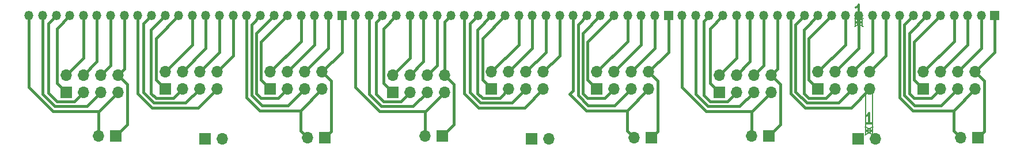
<source format=gbr>
%TF.GenerationSoftware,KiCad,Pcbnew,9.0.0*%
%TF.CreationDate,2025-09-02T16:05:32+12:00*%
%TF.ProjectId,conversion board,636f6e76-6572-4736-996f-6e20626f6172,rev?*%
%TF.SameCoordinates,Original*%
%TF.FileFunction,Copper,L1,Top*%
%TF.FilePolarity,Positive*%
%FSLAX46Y46*%
G04 Gerber Fmt 4.6, Leading zero omitted, Abs format (unit mm)*
G04 Created by KiCad (PCBNEW 9.0.0) date 2025-09-02 16:05:32*
%MOMM*%
%LPD*%
G01*
G04 APERTURE LIST*
%ADD10C,0.300000*%
%TA.AperFunction,NonConductor*%
%ADD11C,0.300000*%
%TD*%
%TA.AperFunction,NonConductor*%
%ADD12C,0.200000*%
%TD*%
%TA.AperFunction,ComponentPad*%
%ADD13R,1.700000X1.700000*%
%TD*%
%TA.AperFunction,ComponentPad*%
%ADD14O,1.700000X1.700000*%
%TD*%
%TA.AperFunction,ComponentPad*%
%ADD15R,1.350000X1.350000*%
%TD*%
%TA.AperFunction,ComponentPad*%
%ADD16O,1.350000X1.350000*%
%TD*%
%TA.AperFunction,Conductor*%
%ADD17C,0.400000*%
%TD*%
G04 APERTURE END LIST*
D10*
D11*
X202928572Y-68378328D02*
X202071429Y-68378328D01*
X202500000Y-68378328D02*
X202500000Y-66878328D01*
X202500000Y-66878328D02*
X202357143Y-67092614D01*
X202357143Y-67092614D02*
X202214286Y-67235471D01*
X202214286Y-67235471D02*
X202071429Y-67306900D01*
D12*
X202000000Y-64000000D02*
X202000000Y-70086420D01*
X203000000Y-70086420D02*
X203000000Y-64000000D01*
X202000000Y-69500000D02*
X203000000Y-69500000D01*
X202000000Y-69500000D02*
X203000000Y-69500000D01*
X202000000Y-69500000D02*
X203126504Y-68913579D01*
X202000000Y-69500000D02*
X203126504Y-70086421D01*
X203000000Y-69500000D02*
X201873496Y-70086421D01*
X203000000Y-69500000D02*
X201873496Y-68913579D01*
X202000000Y-69500000D02*
X203000000Y-69500000D01*
X202000000Y-69500000D02*
X203000000Y-69500000D01*
X202000000Y-69500000D02*
X203126504Y-68913579D01*
X202000000Y-69500000D02*
X203126504Y-70086421D01*
X203000000Y-69500000D02*
X201873496Y-70086421D01*
X203000000Y-69500000D02*
X201873496Y-68913579D01*
D10*
D11*
X201428572Y-52378328D02*
X200571429Y-52378328D01*
X201000000Y-52378328D02*
X201000000Y-50878328D01*
X201000000Y-50878328D02*
X200857143Y-51092614D01*
X200857143Y-51092614D02*
X200714286Y-51235471D01*
X200714286Y-51235471D02*
X200571429Y-51306900D01*
D12*
X200500000Y-53000000D02*
X200500000Y-54086420D01*
X201500000Y-54086420D02*
X201500000Y-53000000D01*
X200500000Y-53500000D02*
X201500000Y-53500000D01*
X200500000Y-53500000D02*
X201500000Y-53500000D01*
X200500000Y-53500000D02*
X201626504Y-52913579D01*
X200500000Y-53500000D02*
X201626504Y-54086421D01*
X201500000Y-53500000D02*
X200373496Y-54086421D01*
X201500000Y-53500000D02*
X200373496Y-52913579D01*
X200500000Y-53500000D02*
X201500000Y-53500000D01*
X200500000Y-53500000D02*
X201500000Y-53500000D01*
X200500000Y-53500000D02*
X201626504Y-52913579D01*
X200500000Y-53500000D02*
X201626504Y-54086421D01*
X201500000Y-53500000D02*
X200373496Y-54086421D01*
X201500000Y-53500000D02*
X200373496Y-52913579D01*
D13*
%TO.P,J10,1,P1*%
%TO.N,Net-(J10-P1)*%
X218500000Y-70500000D03*
D14*
%TO.P,J10,2,P2*%
%TO.N,Net-(J10-P2)*%
X215960000Y-70500000D03*
%TD*%
%TO.P,J9,8,Pin_8*%
%TO.N,Net-(J10-P1)*%
X218080000Y-60790000D03*
%TO.P,J9,7,Pin_7*%
%TO.N,Net-(J10-P2)*%
X218080000Y-63330000D03*
%TO.P,J9,6,Pin_6*%
%TO.N,Net-(J8-Pin_2)*%
X215540000Y-60790000D03*
%TO.P,J9,5,Pin_5*%
%TO.N,Net-(J8-Pin_7)*%
X215540000Y-63330000D03*
%TO.P,J9,4,Pin_4*%
%TO.N,Net-(J8-Pin_3)*%
X213000000Y-60790000D03*
%TO.P,J9,3,Pin_3*%
%TO.N,Net-(J8-Pin_6)*%
X213000000Y-63330000D03*
%TO.P,J9,2,Pin_2*%
%TO.N,Net-(J8-Pin_4)*%
X210460000Y-60790000D03*
D13*
%TO.P,J9,1,Pin_1*%
%TO.N,Net-(J8-Pin_5)*%
X210460000Y-63330000D03*
%TD*%
%TO.P,J11,1,Pin_1*%
%TO.N,Net-(J11-Pin_1)*%
X195000000Y-63330000D03*
D14*
%TO.P,J11,2,Pin_2*%
%TO.N,Net-(J11-Pin_2)*%
X195000000Y-60790000D03*
%TO.P,J11,3,Pin_3*%
%TO.N,Net-(J11-Pin_3)*%
X197540000Y-63330000D03*
%TO.P,J11,4,Pin_4*%
%TO.N,Net-(J11-Pin_4)*%
X197540000Y-60790000D03*
%TO.P,J11,5,Pin_5*%
%TO.N,Net-(J11-Pin_5)*%
X200080000Y-63330000D03*
%TO.P,J11,6,Pin_6*%
%TO.N,Net-(J11-Pin_6)*%
X200080000Y-60790000D03*
%TO.P,J11,7,Pin_7*%
%TO.N,Net-(J11-Pin_7)*%
X202620000Y-63330000D03*
%TO.P,J11,8,Pin_8*%
%TO.N,Net-(J11-Pin_8)*%
X202620000Y-60790000D03*
%TD*%
D15*
%TO.P,J8,1,Pin_1*%
%TO.N,Net-(J10-P1)*%
X221000000Y-52500000D03*
D16*
%TO.P,J8,2,Pin_2*%
%TO.N,Net-(J8-Pin_2)*%
X219000000Y-52500000D03*
%TO.P,J8,3,Pin_3*%
%TO.N,Net-(J8-Pin_3)*%
X217000000Y-52500000D03*
%TO.P,J8,4,Pin_4*%
%TO.N,Net-(J8-Pin_4)*%
X215000000Y-52500000D03*
%TO.P,J8,5,Pin_5*%
%TO.N,Net-(J8-Pin_5)*%
X213000000Y-52500000D03*
%TO.P,J8,6,Pin_6*%
%TO.N,Net-(J8-Pin_6)*%
X211000000Y-52500000D03*
%TO.P,J8,7,Pin_7*%
%TO.N,Net-(J8-Pin_7)*%
X209000000Y-52500000D03*
%TO.P,J8,8,Pin_8*%
%TO.N,Net-(J10-P2)*%
X207000000Y-52500000D03*
%TO.P,J8,9,Pin_9*%
%TO.N,Net-(J11-Pin_8)*%
X205000000Y-52500000D03*
%TO.P,J8,10,Pin_10*%
%TO.N,Net-(J11-Pin_6)*%
X203000000Y-52500000D03*
%TO.P,J8,11,Pin_11*%
%TO.N,Net-(J11-Pin_4)*%
X201000000Y-52500000D03*
%TO.P,J8,12,Pin_12*%
%TO.N,Net-(J11-Pin_2)*%
X199000000Y-52500000D03*
%TO.P,J8,13,Pin_13*%
%TO.N,Net-(J11-Pin_1)*%
X197000000Y-52500000D03*
%TO.P,J8,14,Pin_14*%
%TO.N,Net-(J11-Pin_3)*%
X195000000Y-52500000D03*
%TO.P,J8,15,Pin_15*%
%TO.N,Net-(J11-Pin_5)*%
X193000000Y-52500000D03*
%TO.P,J8,16,Pin_16*%
%TO.N,Net-(J11-Pin_7)*%
X191000000Y-52500000D03*
%TO.P,J8,17,Pin_17*%
%TO.N,Net-(J12-Pin_8)*%
X189000000Y-52500000D03*
%TO.P,J8,18,Pin_18*%
%TO.N,Net-(J12-Pin_6)*%
X187000000Y-52500000D03*
%TO.P,J8,19,Pin_19*%
%TO.N,Net-(J12-Pin_4)*%
X185000000Y-52500000D03*
%TO.P,J8,20,Pin_20*%
%TO.N,Net-(J12-Pin_2)*%
X183000000Y-52500000D03*
%TO.P,J8,21,Pin_21*%
%TO.N,Net-(J12-Pin_1)*%
X181000000Y-52500000D03*
%TO.P,J8,22,Pin_22*%
%TO.N,Net-(J12-Pin_3)*%
X179000000Y-52500000D03*
%TO.P,J8,23,Pin_23*%
%TO.N,Net-(J12-Pin_5)*%
X177000000Y-52500000D03*
%TO.P,J8,24,Pin_24*%
%TO.N,Net-(J12-Pin_7)*%
X175000000Y-52500000D03*
%TD*%
D14*
%TO.P,J14,2,P2*%
%TO.N,Net-(J12-Pin_7)*%
X185235000Y-70225000D03*
D13*
%TO.P,J14,1,P1*%
%TO.N,Net-(J12-Pin_8)*%
X187775000Y-70225000D03*
%TD*%
D14*
%TO.P,J12,8,Pin_8*%
%TO.N,Net-(J12-Pin_8)*%
X188080000Y-61290000D03*
%TO.P,J12,7,Pin_7*%
%TO.N,Net-(J12-Pin_7)*%
X188080000Y-63830000D03*
%TO.P,J12,6,Pin_6*%
%TO.N,Net-(J12-Pin_6)*%
X185540000Y-61290000D03*
%TO.P,J12,5,Pin_5*%
%TO.N,Net-(J12-Pin_5)*%
X185540000Y-63830000D03*
%TO.P,J12,4,Pin_4*%
%TO.N,Net-(J12-Pin_4)*%
X183000000Y-61290000D03*
%TO.P,J12,3,Pin_3*%
%TO.N,Net-(J12-Pin_3)*%
X183000000Y-63830000D03*
%TO.P,J12,2,Pin_2*%
%TO.N,Net-(J12-Pin_2)*%
X180460000Y-61290000D03*
D13*
%TO.P,J12,1,Pin_1*%
%TO.N,Net-(J12-Pin_1)*%
X180460000Y-63830000D03*
%TD*%
D14*
%TO.P,J13,2,P2*%
%TO.N,GND*%
X203460000Y-70665000D03*
D13*
%TO.P,J13,1,P1*%
X200920000Y-70665000D03*
%TD*%
D15*
%TO.P,J15,1,Pin_1*%
%TO.N,Net-(J15-Pin_1)*%
X173000000Y-52500000D03*
D16*
%TO.P,J15,2,Pin_2*%
%TO.N,Net-(J15-Pin_2)*%
X171000000Y-52500000D03*
%TO.P,J15,3,Pin_3*%
%TO.N,Net-(J15-Pin_3)*%
X169000000Y-52500000D03*
%TO.P,J15,4,Pin_4*%
%TO.N,Net-(J15-Pin_4)*%
X167000000Y-52500000D03*
%TO.P,J15,5,Pin_5*%
%TO.N,Net-(J15-Pin_5)*%
X165000000Y-52500000D03*
%TO.P,J15,6,Pin_6*%
%TO.N,Net-(J15-Pin_6)*%
X163000000Y-52500000D03*
%TO.P,J15,7,Pin_7*%
%TO.N,Net-(J15-Pin_7)*%
X161000000Y-52500000D03*
%TO.P,J15,8,Pin_8*%
%TO.N,Net-(J15-Pin_8)*%
X159000000Y-52500000D03*
%TO.P,J15,9,Pin_9*%
%TO.N,Net-(J15-Pin_9)*%
X157000000Y-52500000D03*
%TO.P,J15,10,Pin_10*%
%TO.N,Net-(J15-Pin_10)*%
X155000000Y-52500000D03*
%TO.P,J15,11,Pin_11*%
%TO.N,Net-(J15-Pin_11)*%
X153000000Y-52500000D03*
%TO.P,J15,12,Pin_12*%
%TO.N,Net-(J15-Pin_12)*%
X151000000Y-52500000D03*
%TO.P,J15,13,Pin_13*%
%TO.N,Net-(J15-Pin_13)*%
X149000000Y-52500000D03*
%TO.P,J15,14,Pin_14*%
%TO.N,Net-(J15-Pin_14)*%
X147000000Y-52500000D03*
%TO.P,J15,15,Pin_15*%
%TO.N,Net-(J15-Pin_15)*%
X145000000Y-52500000D03*
%TO.P,J15,16,Pin_16*%
%TO.N,Net-(J15-Pin_16)*%
X143000000Y-52500000D03*
%TO.P,J15,17,Pin_17*%
%TO.N,Net-(J15-Pin_17)*%
X141000000Y-52500000D03*
%TO.P,J15,18,Pin_18*%
%TO.N,Net-(J15-Pin_18)*%
X139000000Y-52500000D03*
%TO.P,J15,19,Pin_19*%
%TO.N,Net-(J15-Pin_19)*%
X137000000Y-52500000D03*
%TO.P,J15,20,Pin_20*%
%TO.N,Net-(J15-Pin_20)*%
X135000000Y-52500000D03*
%TO.P,J15,21,Pin_21*%
%TO.N,Net-(J15-Pin_21)*%
X133000000Y-52500000D03*
%TO.P,J15,22,Pin_22*%
%TO.N,Net-(J15-Pin_22)*%
X131000000Y-52500000D03*
%TO.P,J15,23,Pin_23*%
%TO.N,Net-(J15-Pin_23)*%
X129000000Y-52500000D03*
%TO.P,J15,24,Pin_24*%
%TO.N,Net-(J15-Pin_24)*%
X127000000Y-52500000D03*
%TD*%
D13*
%TO.P,J16,1,Pin_1*%
%TO.N,Net-(J15-Pin_5)*%
X162460000Y-63330000D03*
D14*
%TO.P,J16,2,Pin_2*%
%TO.N,Net-(J15-Pin_4)*%
X162460000Y-60790000D03*
%TO.P,J16,3,Pin_3*%
%TO.N,Net-(J15-Pin_6)*%
X165000000Y-63330000D03*
%TO.P,J16,4,Pin_4*%
%TO.N,Net-(J15-Pin_3)*%
X165000000Y-60790000D03*
%TO.P,J16,5,Pin_5*%
%TO.N,Net-(J15-Pin_7)*%
X167540000Y-63330000D03*
%TO.P,J16,6,Pin_6*%
%TO.N,Net-(J15-Pin_2)*%
X167540000Y-60790000D03*
%TO.P,J16,7,Pin_7*%
%TO.N,Net-(J15-Pin_8)*%
X170080000Y-63330000D03*
%TO.P,J16,8,Pin_8*%
%TO.N,Net-(J15-Pin_1)*%
X170080000Y-60790000D03*
%TD*%
D13*
%TO.P,J18,1,Pin_1*%
%TO.N,Net-(J15-Pin_13)*%
X147000000Y-63330000D03*
D14*
%TO.P,J18,2,Pin_2*%
%TO.N,Net-(J15-Pin_12)*%
X147000000Y-60790000D03*
%TO.P,J18,3,Pin_3*%
%TO.N,Net-(J15-Pin_14)*%
X149540000Y-63330000D03*
%TO.P,J18,4,Pin_4*%
%TO.N,Net-(J15-Pin_11)*%
X149540000Y-60790000D03*
%TO.P,J18,5,Pin_5*%
%TO.N,Net-(J15-Pin_15)*%
X152080000Y-63330000D03*
%TO.P,J18,6,Pin_6*%
%TO.N,Net-(J15-Pin_10)*%
X152080000Y-60790000D03*
%TO.P,J18,7,Pin_7*%
%TO.N,Net-(J15-Pin_16)*%
X154620000Y-63330000D03*
%TO.P,J18,8,Pin_8*%
%TO.N,Net-(J15-Pin_9)*%
X154620000Y-60790000D03*
%TD*%
D13*
%TO.P,J17,1,P1*%
%TO.N,Net-(J15-Pin_1)*%
X170500000Y-70500000D03*
D14*
%TO.P,J17,2,P2*%
%TO.N,Net-(J15-Pin_8)*%
X167960000Y-70500000D03*
%TD*%
D13*
%TO.P,J20,1,P1*%
%TO.N,GND*%
X152920000Y-70665000D03*
D14*
%TO.P,J20,2,P2*%
X155460000Y-70665000D03*
%TD*%
D13*
%TO.P,J3,1,Pin_1*%
%TO.N,Net-(J1-Pin_13)*%
X99000000Y-63330000D03*
D14*
%TO.P,J3,2,Pin_2*%
%TO.N,Net-(J1-Pin_12)*%
X99000000Y-60790000D03*
%TO.P,J3,3,Pin_3*%
%TO.N,Net-(J1-Pin_14)*%
X101540000Y-63330000D03*
%TO.P,J3,4,Pin_4*%
%TO.N,Net-(J1-Pin_11)*%
X101540000Y-60790000D03*
%TO.P,J3,5,Pin_5*%
%TO.N,Net-(J1-Pin_15)*%
X104080000Y-63330000D03*
%TO.P,J3,6,Pin_6*%
%TO.N,Net-(J1-Pin_10)*%
X104080000Y-60790000D03*
%TO.P,J3,7,Pin_7*%
%TO.N,Net-(J1-Pin_16)*%
X106620000Y-63330000D03*
%TO.P,J3,8,Pin_8*%
%TO.N,Net-(J1-Pin_9)*%
X106620000Y-60790000D03*
%TD*%
D13*
%TO.P,J5,1,P1*%
%TO.N,Net-(J1-Pin_1)*%
X122500000Y-70500000D03*
D14*
%TO.P,J5,2,P2*%
%TO.N,Net-(J1-Pin_8)*%
X119960000Y-70500000D03*
%TD*%
D13*
%TO.P,J6,1,P1*%
%TO.N,Net-(J1-Pin_17)*%
X91775000Y-70225000D03*
D14*
%TO.P,J6,2,P2*%
%TO.N,Net-(J1-Pin_24)*%
X89235000Y-70225000D03*
%TD*%
D13*
%TO.P,J4,1,Pin_1*%
%TO.N,Net-(J1-Pin_21)*%
X84460000Y-63830000D03*
D14*
%TO.P,J4,2,Pin_2*%
%TO.N,Net-(J1-Pin_20)*%
X84460000Y-61290000D03*
%TO.P,J4,3,Pin_3*%
%TO.N,Net-(J1-Pin_22)*%
X87000000Y-63830000D03*
%TO.P,J4,4,Pin_4*%
%TO.N,Net-(J1-Pin_19)*%
X87000000Y-61290000D03*
%TO.P,J4,5,Pin_5*%
%TO.N,Net-(J1-Pin_23)*%
X89540000Y-63830000D03*
%TO.P,J4,6,Pin_6*%
%TO.N,Net-(J1-Pin_18)*%
X89540000Y-61290000D03*
%TO.P,J4,7,Pin_7*%
%TO.N,Net-(J1-Pin_24)*%
X92080000Y-63830000D03*
%TO.P,J4,8,Pin_8*%
%TO.N,Net-(J1-Pin_17)*%
X92080000Y-61290000D03*
%TD*%
D13*
%TO.P,J2,1,Pin_1*%
%TO.N,Net-(J1-Pin_5)*%
X114460000Y-63330000D03*
D14*
%TO.P,J2,2,Pin_2*%
%TO.N,Net-(J1-Pin_4)*%
X114460000Y-60790000D03*
%TO.P,J2,3,Pin_3*%
%TO.N,Net-(J1-Pin_6)*%
X117000000Y-63330000D03*
%TO.P,J2,4,Pin_4*%
%TO.N,Net-(J1-Pin_3)*%
X117000000Y-60790000D03*
%TO.P,J2,5,Pin_5*%
%TO.N,Net-(J1-Pin_7)*%
X119540000Y-63330000D03*
%TO.P,J2,6,Pin_6*%
%TO.N,Net-(J1-Pin_2)*%
X119540000Y-60790000D03*
%TO.P,J2,7,Pin_7*%
%TO.N,Net-(J1-Pin_8)*%
X122080000Y-63330000D03*
%TO.P,J2,8,Pin_8*%
%TO.N,Net-(J1-Pin_1)*%
X122080000Y-60790000D03*
%TD*%
D15*
%TO.P,J1,1,Pin_1*%
%TO.N,Net-(J1-Pin_1)*%
X125000000Y-52500000D03*
D16*
%TO.P,J1,2,Pin_2*%
%TO.N,Net-(J1-Pin_2)*%
X123000000Y-52500000D03*
%TO.P,J1,3,Pin_3*%
%TO.N,Net-(J1-Pin_3)*%
X121000000Y-52500000D03*
%TO.P,J1,4,Pin_4*%
%TO.N,Net-(J1-Pin_4)*%
X119000000Y-52500000D03*
%TO.P,J1,5,Pin_5*%
%TO.N,Net-(J1-Pin_5)*%
X117000000Y-52500000D03*
%TO.P,J1,6,Pin_6*%
%TO.N,Net-(J1-Pin_6)*%
X115000000Y-52500000D03*
%TO.P,J1,7,Pin_7*%
%TO.N,Net-(J1-Pin_7)*%
X113000000Y-52500000D03*
%TO.P,J1,8,Pin_8*%
%TO.N,Net-(J1-Pin_8)*%
X111000000Y-52500000D03*
%TO.P,J1,9,Pin_9*%
%TO.N,Net-(J1-Pin_9)*%
X109000000Y-52500000D03*
%TO.P,J1,10,Pin_10*%
%TO.N,Net-(J1-Pin_10)*%
X107000000Y-52500000D03*
%TO.P,J1,11,Pin_11*%
%TO.N,Net-(J1-Pin_11)*%
X105000000Y-52500000D03*
%TO.P,J1,12,Pin_12*%
%TO.N,Net-(J1-Pin_12)*%
X103000000Y-52500000D03*
%TO.P,J1,13,Pin_13*%
%TO.N,Net-(J1-Pin_13)*%
X101000000Y-52500000D03*
%TO.P,J1,14,Pin_14*%
%TO.N,Net-(J1-Pin_14)*%
X99000000Y-52500000D03*
%TO.P,J1,15,Pin_15*%
%TO.N,Net-(J1-Pin_15)*%
X97000000Y-52500000D03*
%TO.P,J1,16,Pin_16*%
%TO.N,Net-(J1-Pin_16)*%
X95000000Y-52500000D03*
%TO.P,J1,17,Pin_17*%
%TO.N,Net-(J1-Pin_17)*%
X93000000Y-52500000D03*
%TO.P,J1,18,Pin_18*%
%TO.N,Net-(J1-Pin_18)*%
X91000000Y-52500000D03*
%TO.P,J1,19,Pin_19*%
%TO.N,Net-(J1-Pin_19)*%
X89000000Y-52500000D03*
%TO.P,J1,20,Pin_20*%
%TO.N,Net-(J1-Pin_20)*%
X87000000Y-52500000D03*
%TO.P,J1,21,Pin_21*%
%TO.N,Net-(J1-Pin_21)*%
X85000000Y-52500000D03*
%TO.P,J1,22,Pin_22*%
%TO.N,Net-(J1-Pin_22)*%
X83000000Y-52500000D03*
%TO.P,J1,23,Pin_23*%
%TO.N,Net-(J1-Pin_23)*%
X81000000Y-52500000D03*
%TO.P,J1,24,Pin_24*%
%TO.N,Net-(J1-Pin_24)*%
X79000000Y-52500000D03*
%TD*%
D14*
%TO.P,J7,2,P2*%
%TO.N,GND*%
X107460000Y-70665000D03*
D13*
%TO.P,J7,1,P1*%
X104920000Y-70665000D03*
%TD*%
%TO.P,J19,1,Pin_1*%
%TO.N,Net-(J15-Pin_21)*%
X132460000Y-63830000D03*
D14*
%TO.P,J19,2,Pin_2*%
%TO.N,Net-(J15-Pin_20)*%
X132460000Y-61290000D03*
%TO.P,J19,3,Pin_3*%
%TO.N,Net-(J15-Pin_22)*%
X135000000Y-63830000D03*
%TO.P,J19,4,Pin_4*%
%TO.N,Net-(J15-Pin_19)*%
X135000000Y-61290000D03*
%TO.P,J19,5,Pin_5*%
%TO.N,Net-(J15-Pin_23)*%
X137540000Y-63830000D03*
%TO.P,J19,6,Pin_6*%
%TO.N,Net-(J15-Pin_18)*%
X137540000Y-61290000D03*
%TO.P,J19,7,Pin_7*%
%TO.N,Net-(J15-Pin_24)*%
X140080000Y-63830000D03*
%TO.P,J19,8,Pin_8*%
%TO.N,Net-(J15-Pin_17)*%
X140080000Y-61290000D03*
%TD*%
D13*
%TO.P,J21,1,P1*%
%TO.N,Net-(J15-Pin_17)*%
X139775000Y-70225000D03*
D14*
%TO.P,J21,2,P2*%
%TO.N,Net-(J15-Pin_24)*%
X137235000Y-70225000D03*
%TD*%
D17*
%TO.N,Net-(J12-Pin_3)*%
X179109000Y-65181000D02*
X181649000Y-65181000D01*
X178176000Y-64248000D02*
X179109000Y-65181000D01*
X181649000Y-65181000D02*
X183000000Y-63830000D01*
X178176000Y-53324000D02*
X178176000Y-64248000D01*
X179000000Y-52500000D02*
X178176000Y-53324000D01*
%TO.N,Net-(J15-Pin_2)*%
X171000000Y-57330000D02*
X171000000Y-52500000D01*
X167540000Y-60790000D02*
X171000000Y-57330000D01*
%TO.N,Net-(J15-Pin_1)*%
X173000000Y-57870000D02*
X170080000Y-60790000D01*
X173000000Y-52500000D02*
X173000000Y-57870000D01*
%TO.N,Net-(J1-Pin_16)*%
X97068272Y-66083000D02*
X103867000Y-66083000D01*
X95000000Y-52500000D02*
X95000000Y-64014728D01*
X95000000Y-64014728D02*
X97068272Y-66083000D01*
X103867000Y-66083000D02*
X106620000Y-63330000D01*
%TO.N,Net-(J1-Pin_8)*%
X111000000Y-64554728D02*
X112936272Y-66491000D01*
X111000000Y-52500000D02*
X111000000Y-64554728D01*
X112936272Y-66491000D02*
X118919000Y-66491000D01*
%TO.N,Net-(J1-Pin_24)*%
X79000000Y-63054728D02*
X79000000Y-52500000D01*
X82528272Y-66583000D02*
X79000000Y-63054728D01*
X89327000Y-66583000D02*
X82528272Y-66583000D01*
%TO.N,Net-(J1-Pin_23)*%
X87488000Y-65882000D02*
X89540000Y-63830000D01*
X81000000Y-64063364D02*
X82818636Y-65882000D01*
X82818636Y-65882000D02*
X87488000Y-65882000D01*
X81000000Y-52500000D02*
X81000000Y-64063364D01*
%TO.N,Net-(J15-Pin_24)*%
X127000000Y-63054728D02*
X127000000Y-52500000D01*
X130528272Y-66583000D02*
X127000000Y-63054728D01*
X130528272Y-66583000D02*
X137327000Y-66583000D01*
%TO.N,Net-(J15-Pin_23)*%
X129000000Y-64063364D02*
X129000000Y-52500000D01*
X130818636Y-65882000D02*
X129000000Y-64063364D01*
%TO.N,Net-(J15-Pin_22)*%
X130000000Y-53500000D02*
X131000000Y-52500000D01*
X130000000Y-64072000D02*
X130000000Y-53500000D01*
X130964000Y-65036000D02*
X130000000Y-64072000D01*
X130964000Y-65036000D02*
X131109000Y-65181000D01*
%TO.N,Net-(J15-Pin_21)*%
X131109000Y-62479000D02*
X132460000Y-63830000D01*
X131109000Y-54391000D02*
X131109000Y-62479000D01*
X133000000Y-52500000D02*
X131109000Y-54391000D01*
%TO.N,Net-(J15-Pin_20)*%
X135000000Y-58750000D02*
X132460000Y-61290000D01*
X135000000Y-52500000D02*
X135000000Y-58750000D01*
%TO.N,Net-(J15-Pin_19)*%
X137000000Y-59290000D02*
X135000000Y-61290000D01*
X137000000Y-52500000D02*
X137000000Y-59290000D01*
%TO.N,Net-(J15-Pin_18)*%
X139000000Y-59830000D02*
X139000000Y-52500000D01*
X137540000Y-61290000D02*
X139000000Y-59830000D01*
%TO.N,Net-(J15-Pin_17)*%
X140080000Y-53420000D02*
X141000000Y-52500000D01*
X140080000Y-61290000D02*
X140080000Y-53420000D01*
%TO.N,Net-(J15-Pin_16)*%
X142992636Y-62992636D02*
X143000000Y-62985272D01*
X142992636Y-64007364D02*
X142992636Y-62992636D01*
X143000000Y-62985272D02*
X143000000Y-52500000D01*
X142992636Y-64007364D02*
X145068272Y-66083000D01*
%TO.N,Net-(J12-Pin_7)*%
X178528272Y-66583000D02*
X185327000Y-66583000D01*
X175000000Y-63054728D02*
X178528272Y-66583000D01*
X175000000Y-52500000D02*
X175000000Y-63054728D01*
%TO.N,Net-(J12-Pin_5)*%
X178818636Y-65882000D02*
X183488000Y-65882000D01*
X183488000Y-65882000D02*
X185540000Y-63830000D01*
X177000000Y-64063364D02*
X178818636Y-65882000D01*
X177000000Y-52500000D02*
X177000000Y-64063364D01*
%TO.N,Net-(J12-Pin_1)*%
X179109000Y-54391000D02*
X181000000Y-52500000D01*
X179109000Y-62479000D02*
X179109000Y-54391000D01*
X180460000Y-63830000D02*
X179109000Y-62479000D01*
%TO.N,Net-(J12-Pin_2)*%
X183000000Y-58750000D02*
X183000000Y-52500000D01*
X180460000Y-61290000D02*
X183000000Y-58750000D01*
%TO.N,Net-(J12-Pin_4)*%
X185000000Y-59290000D02*
X185000000Y-52500000D01*
X183000000Y-61290000D02*
X185000000Y-59290000D01*
%TO.N,Net-(J12-Pin_6)*%
X187000000Y-59830000D02*
X187000000Y-52500000D01*
X185540000Y-61290000D02*
X187000000Y-59830000D01*
%TO.N,Net-(J12-Pin_8)*%
X189000000Y-60370000D02*
X189000000Y-52500000D01*
X188080000Y-61290000D02*
X189000000Y-60370000D01*
%TO.N,Net-(J10-P2)*%
X208936272Y-66491000D02*
X214919000Y-66491000D01*
X207000000Y-64554728D02*
X208936272Y-66491000D01*
X207000000Y-52500000D02*
X207000000Y-64554728D01*
%TO.N,Net-(J11-Pin_7)*%
X191000000Y-64000000D02*
X191000000Y-52500000D01*
X190992636Y-64007364D02*
X191000000Y-64000000D01*
X190992636Y-64007364D02*
X193068272Y-66083000D01*
%TO.N,Net-(J11-Pin_3)*%
X193649000Y-64681000D02*
X196189000Y-64681000D01*
X192948000Y-63980000D02*
X193649000Y-64681000D01*
X192948000Y-54552000D02*
X192948000Y-63980000D01*
X196189000Y-64681000D02*
X197540000Y-63330000D01*
X195000000Y-52500000D02*
X192948000Y-54552000D01*
%TO.N,Net-(J11-Pin_1)*%
X193649000Y-55851000D02*
X197000000Y-52500000D01*
X193649000Y-61979000D02*
X193649000Y-55851000D01*
X195000000Y-63330000D02*
X193649000Y-61979000D01*
%TO.N,Net-(J15-Pin_10)*%
X155000000Y-57870000D02*
X155000000Y-52500000D01*
X152080000Y-60790000D02*
X155000000Y-57870000D01*
%TO.N,Net-(J15-Pin_11)*%
X153000000Y-57330000D02*
X153000000Y-52500000D01*
X149540000Y-60790000D02*
X153000000Y-57330000D01*
%TO.N,Net-(J15-Pin_9)*%
X157000000Y-58410000D02*
X157000000Y-52500000D01*
X154620000Y-60790000D02*
X157000000Y-58410000D01*
%TO.N,Net-(J8-Pin_6)*%
X208408000Y-55092000D02*
X211000000Y-52500000D01*
X209109000Y-64681000D02*
X208408000Y-63980000D01*
X208408000Y-63980000D02*
X208408000Y-55092000D01*
X211649000Y-64681000D02*
X209109000Y-64681000D01*
X213000000Y-63330000D02*
X211649000Y-64681000D01*
%TO.N,Net-(J8-Pin_4)*%
X215000000Y-56250000D02*
X215000000Y-52500000D01*
X210460000Y-60790000D02*
X215000000Y-56250000D01*
%TO.N,Net-(J8-Pin_2)*%
X215540000Y-60790000D02*
X219000000Y-57330000D01*
X219000000Y-57330000D02*
X219000000Y-52500000D01*
%TO.N,Net-(J8-Pin_3)*%
X217000000Y-56790000D02*
X217000000Y-52500000D01*
X213000000Y-60790000D02*
X217000000Y-56790000D01*
%TO.N,Net-(J10-P1)*%
X221000000Y-57870000D02*
X221000000Y-52500000D01*
X218080000Y-60790000D02*
X221000000Y-57870000D01*
%TO.N,Net-(J8-Pin_5)*%
X209109000Y-61979000D02*
X209109000Y-56391000D01*
X209109000Y-56391000D02*
X213000000Y-52500000D01*
%TO.N,Net-(J8-Pin_7)*%
X207707000Y-53793000D02*
X209000000Y-52500000D01*
X207707000Y-64270364D02*
X207707000Y-53793000D01*
%TO.N,Net-(J11-Pin_6)*%
X203000000Y-57870000D02*
X203000000Y-52500000D01*
X200080000Y-60790000D02*
X203000000Y-57870000D01*
%TO.N,Net-(J11-Pin_8)*%
X205000000Y-58410000D02*
X205000000Y-52500000D01*
X202620000Y-60790000D02*
X205000000Y-58410000D01*
%TO.N,Net-(J11-Pin_4)*%
X201000000Y-57330000D02*
X201000000Y-52500000D01*
X197540000Y-60790000D02*
X201000000Y-57330000D01*
%TO.N,Net-(J11-Pin_2)*%
X199000000Y-56790000D02*
X199000000Y-52500000D01*
X195000000Y-60790000D02*
X199000000Y-56790000D01*
%TO.N,Net-(J1-Pin_19)*%
X89000000Y-59290000D02*
X89000000Y-52500000D01*
X87000000Y-61290000D02*
X89000000Y-59290000D01*
%TO.N,Net-(J1-Pin_20)*%
X87000000Y-58750000D02*
X87000000Y-52500000D01*
X84460000Y-61290000D02*
X87000000Y-58750000D01*
%TO.N,Net-(J1-Pin_22)*%
X81825000Y-53675000D02*
X83000000Y-52500000D01*
X81825000Y-63897000D02*
X81825000Y-53675000D01*
%TO.N,Net-(J1-Pin_21)*%
X83109000Y-54391000D02*
X85000000Y-52500000D01*
X83109000Y-62479000D02*
X83109000Y-54391000D01*
%TO.N,Net-(J1-Pin_18)*%
X91000000Y-59830000D02*
X91000000Y-52500000D01*
X89540000Y-61290000D02*
X91000000Y-59830000D01*
%TO.N,Net-(J1-Pin_17)*%
X93000000Y-60370000D02*
X93000000Y-52500000D01*
X92080000Y-61290000D02*
X93000000Y-60370000D01*
%TO.N,Net-(J1-Pin_12)*%
X103000000Y-56790000D02*
X103000000Y-52500000D01*
X99000000Y-60790000D02*
X103000000Y-56790000D01*
%TO.N,Net-(J1-Pin_9)*%
X109000000Y-58410000D02*
X109000000Y-52500000D01*
X106620000Y-60790000D02*
X109000000Y-58410000D01*
%TO.N,Net-(J1-Pin_10)*%
X107000000Y-57870000D02*
X107000000Y-52500000D01*
X104080000Y-60790000D02*
X107000000Y-57870000D01*
%TO.N,Net-(J1-Pin_11)*%
X105000000Y-57330000D02*
X105000000Y-52500000D01*
X101540000Y-60790000D02*
X105000000Y-57330000D01*
%TO.N,Net-(J1-Pin_7)*%
X111707000Y-53793000D02*
X113000000Y-52500000D01*
X111707000Y-64270364D02*
X111707000Y-53793000D01*
%TO.N,Net-(J1-Pin_4)*%
X119000000Y-56250000D02*
X119000000Y-52500000D01*
X114460000Y-60790000D02*
X119000000Y-56250000D01*
%TO.N,Net-(J1-Pin_6)*%
X112408000Y-63980000D02*
X112408000Y-55092000D01*
X112408000Y-55092000D02*
X115000000Y-52500000D01*
X113109000Y-64681000D02*
X112408000Y-63980000D01*
X115649000Y-64681000D02*
X113109000Y-64681000D01*
X117000000Y-63330000D02*
X115649000Y-64681000D01*
%TO.N,Net-(J1-Pin_5)*%
X113109000Y-56391000D02*
X117000000Y-52500000D01*
X113109000Y-61979000D02*
X113109000Y-56391000D01*
%TO.N,Net-(J1-Pin_13)*%
X97649000Y-55851000D02*
X101000000Y-52500000D01*
X97649000Y-61979000D02*
X97649000Y-55851000D01*
%TO.N,Net-(J1-Pin_14)*%
X96948000Y-54552000D02*
X99000000Y-52500000D01*
X97649000Y-64681000D02*
X96948000Y-63980000D01*
X100189000Y-64681000D02*
X97649000Y-64681000D01*
X101540000Y-63330000D02*
X100189000Y-64681000D01*
X96948000Y-63980000D02*
X96948000Y-54552000D01*
%TO.N,Net-(J1-Pin_15)*%
X95825000Y-53675000D02*
X97000000Y-52500000D01*
X95825000Y-63848364D02*
X95825000Y-53675000D01*
%TO.N,Net-(J15-Pin_7)*%
X159707000Y-64270364D02*
X159707000Y-53793000D01*
X159707000Y-53793000D02*
X161000000Y-52500000D01*
%TO.N,Net-(J15-Pin_8)*%
X159000000Y-63554728D02*
X159000000Y-52500000D01*
X158500000Y-64054728D02*
X159000000Y-63554728D01*
%TO.N,Net-(J15-Pin_5)*%
X161109000Y-56391000D02*
X165000000Y-52500000D01*
X161109000Y-61979000D02*
X161109000Y-56391000D01*
%TO.N,Net-(J15-Pin_4)*%
X167000000Y-56250000D02*
X167000000Y-52500000D01*
X162460000Y-60790000D02*
X167000000Y-56250000D01*
%TO.N,Net-(J15-Pin_3)*%
X169000000Y-56790000D02*
X169000000Y-52500000D01*
X165000000Y-60790000D02*
X169000000Y-56790000D01*
%TO.N,Net-(J15-Pin_6)*%
X160408000Y-63980000D02*
X160408000Y-55092000D01*
X160408000Y-55092000D02*
X163000000Y-52500000D01*
X161109000Y-64681000D02*
X160408000Y-63980000D01*
X163649000Y-64681000D02*
X161109000Y-64681000D01*
X165000000Y-63330000D02*
X163649000Y-64681000D01*
%TO.N,Net-(J1-Pin_3)*%
X117000000Y-60790000D02*
X121000000Y-56790000D01*
X121000000Y-56790000D02*
X121000000Y-52500000D01*
%TO.N,Net-(J1-Pin_2)*%
X119540000Y-60790000D02*
X123000000Y-57330000D01*
X123000000Y-57330000D02*
X123000000Y-52500000D01*
%TO.N,Net-(J1-Pin_1)*%
X125000000Y-57870000D02*
X125000000Y-52500000D01*
X122080000Y-60790000D02*
X125000000Y-57870000D01*
%TO.N,Net-(J15-Pin_13)*%
X145649000Y-55851000D02*
X149000000Y-52500000D01*
X145649000Y-61979000D02*
X145649000Y-55851000D01*
%TO.N,Net-(J15-Pin_14)*%
X144948000Y-54552000D02*
X147000000Y-52500000D01*
X145649000Y-64681000D02*
X144948000Y-63980000D01*
X148189000Y-64681000D02*
X145649000Y-64681000D01*
X144948000Y-63980000D02*
X144948000Y-54552000D01*
X149540000Y-63330000D02*
X148189000Y-64681000D01*
%TO.N,Net-(J15-Pin_15)*%
X143825000Y-63848364D02*
X143825000Y-53675000D01*
X143825000Y-53675000D02*
X145000000Y-52500000D01*
%TO.N,Net-(J15-Pin_12)*%
X147000000Y-60790000D02*
X151000000Y-56790000D01*
X151000000Y-56790000D02*
X151000000Y-52500000D01*
%TO.N,Net-(J8-Pin_7)*%
X213080000Y-65790000D02*
X215540000Y-63330000D01*
X207707000Y-64270364D02*
X209226636Y-65790000D01*
%TO.N,Net-(J12-Pin_8)*%
X189431000Y-62641000D02*
X189431000Y-68569000D01*
%TO.N,Net-(J8-Pin_5)*%
X209109000Y-61979000D02*
X210460000Y-63330000D01*
%TO.N,Net-(J10-P2)*%
X214919000Y-69459000D02*
X215960000Y-70500000D01*
%TO.N,Net-(J12-Pin_8)*%
X188080000Y-61290000D02*
X189431000Y-62641000D01*
%TO.N,Net-(J11-Pin_7)*%
X193068272Y-66083000D02*
X199867000Y-66083000D01*
X199867000Y-66083000D02*
X202620000Y-63330000D01*
%TO.N,Net-(J10-P2)*%
X214919000Y-66491000D02*
X214919000Y-69459000D01*
%TO.N,Net-(J12-Pin_7)*%
X185235000Y-66675000D02*
X185235000Y-70225000D01*
X185327000Y-66583000D02*
X185235000Y-66675000D01*
%TO.N,Net-(J12-Pin_8)*%
X189431000Y-68569000D02*
X187775000Y-70225000D01*
%TO.N,Net-(J8-Pin_7)*%
X209226636Y-65790000D02*
X213080000Y-65790000D01*
%TO.N,Net-(J10-P1)*%
X218080000Y-60790000D02*
X219431000Y-62141000D01*
%TO.N,Net-(J12-Pin_7)*%
X185327000Y-66583000D02*
X188080000Y-63830000D01*
%TO.N,Net-(J10-P1)*%
X219431000Y-62141000D02*
X219431000Y-69569000D01*
X219431000Y-69569000D02*
X218500000Y-70500000D01*
%TO.N,Net-(J10-P2)*%
X214919000Y-66491000D02*
X218080000Y-63330000D01*
%TO.N,Net-(J15-Pin_22)*%
X131109000Y-65181000D02*
X133649000Y-65181000D01*
X133649000Y-65181000D02*
X135000000Y-63830000D01*
%TO.N,Net-(J15-Pin_23)*%
X130818636Y-65882000D02*
X135488000Y-65882000D01*
X135488000Y-65882000D02*
X137540000Y-63830000D01*
%TO.N,Net-(J15-Pin_8)*%
X158500000Y-64054728D02*
X160936272Y-66491000D01*
%TO.N,Net-(J15-Pin_1)*%
X171431000Y-69569000D02*
X170500000Y-70500000D01*
%TO.N,Net-(J15-Pin_8)*%
X166919000Y-66491000D02*
X170080000Y-63330000D01*
%TO.N,Net-(J15-Pin_17)*%
X141431000Y-62641000D02*
X141431000Y-68569000D01*
%TO.N,Net-(J15-Pin_7)*%
X161226636Y-65790000D02*
X165080000Y-65790000D01*
%TO.N,Net-(J15-Pin_17)*%
X141431000Y-68569000D02*
X139775000Y-70225000D01*
%TO.N,Net-(J15-Pin_15)*%
X145358636Y-65382000D02*
X150028000Y-65382000D01*
%TO.N,Net-(J15-Pin_8)*%
X160936272Y-66491000D02*
X166919000Y-66491000D01*
%TO.N,Net-(J15-Pin_15)*%
X150028000Y-65382000D02*
X152080000Y-63330000D01*
%TO.N,Net-(J15-Pin_24)*%
X137235000Y-66675000D02*
X137235000Y-70225000D01*
%TO.N,Net-(J15-Pin_15)*%
X143825000Y-63848364D02*
X145358636Y-65382000D01*
%TO.N,Net-(J15-Pin_17)*%
X140080000Y-61290000D02*
X141431000Y-62641000D01*
%TO.N,Net-(J15-Pin_16)*%
X151867000Y-66083000D02*
X154620000Y-63330000D01*
%TO.N,Net-(J15-Pin_7)*%
X159707000Y-64270364D02*
X161226636Y-65790000D01*
%TO.N,Net-(J15-Pin_24)*%
X137327000Y-66583000D02*
X137235000Y-66675000D01*
%TO.N,Net-(J15-Pin_8)*%
X166919000Y-66491000D02*
X166919000Y-69459000D01*
%TO.N,Net-(J15-Pin_5)*%
X161109000Y-61979000D02*
X162460000Y-63330000D01*
%TO.N,Net-(J15-Pin_1)*%
X170080000Y-60790000D02*
X171431000Y-62141000D01*
X171431000Y-62141000D02*
X171431000Y-69569000D01*
%TO.N,Net-(J15-Pin_16)*%
X145068272Y-66083000D02*
X151867000Y-66083000D01*
%TO.N,Net-(J15-Pin_24)*%
X137327000Y-66583000D02*
X140080000Y-63830000D01*
%TO.N,Net-(J15-Pin_8)*%
X166919000Y-69459000D02*
X167960000Y-70500000D01*
%TO.N,Net-(J15-Pin_13)*%
X145649000Y-61979000D02*
X147000000Y-63330000D01*
%TO.N,Net-(J15-Pin_7)*%
X165080000Y-65790000D02*
X167540000Y-63330000D01*
%TO.N,Net-(J1-Pin_7)*%
X117080000Y-65790000D02*
X119540000Y-63330000D01*
%TO.N,Net-(J1-Pin_13)*%
X97649000Y-61979000D02*
X99000000Y-63330000D01*
%TO.N,Net-(J1-Pin_8)*%
X118919000Y-69459000D02*
X119960000Y-70500000D01*
%TO.N,Net-(J1-Pin_24)*%
X89327000Y-66583000D02*
X92080000Y-63830000D01*
%TO.N,Net-(J1-Pin_1)*%
X123431000Y-69569000D02*
X122500000Y-70500000D01*
%TO.N,Net-(J1-Pin_8)*%
X118919000Y-66491000D02*
X122080000Y-63330000D01*
%TO.N,Net-(J1-Pin_17)*%
X93431000Y-62641000D02*
X93431000Y-68569000D01*
%TO.N,Net-(J1-Pin_7)*%
X113226636Y-65790000D02*
X117080000Y-65790000D01*
%TO.N,Net-(J1-Pin_17)*%
X93431000Y-68569000D02*
X91775000Y-70225000D01*
%TO.N,Net-(J1-Pin_15)*%
X97358636Y-65382000D02*
X102028000Y-65382000D01*
%TO.N,Net-(J1-Pin_22)*%
X83109000Y-65181000D02*
X85649000Y-65181000D01*
%TO.N,Net-(J1-Pin_15)*%
X102028000Y-65382000D02*
X104080000Y-63330000D01*
%TO.N,Net-(J1-Pin_24)*%
X89235000Y-66675000D02*
X89235000Y-70225000D01*
%TO.N,Net-(J1-Pin_15)*%
X95825000Y-63848364D02*
X97358636Y-65382000D01*
%TO.N,Net-(J1-Pin_17)*%
X92080000Y-61290000D02*
X93431000Y-62641000D01*
%TO.N,Net-(J1-Pin_7)*%
X111707000Y-64270364D02*
X113226636Y-65790000D01*
%TO.N,Net-(J1-Pin_24)*%
X89327000Y-66583000D02*
X89235000Y-66675000D01*
%TO.N,Net-(J1-Pin_8)*%
X118919000Y-66491000D02*
X118919000Y-69459000D01*
%TO.N,Net-(J1-Pin_21)*%
X83109000Y-62479000D02*
X84460000Y-63830000D01*
%TO.N,Net-(J1-Pin_22)*%
X81825000Y-63897000D02*
X83109000Y-65181000D01*
%TO.N,Net-(J1-Pin_5)*%
X113109000Y-61979000D02*
X114460000Y-63330000D01*
%TO.N,Net-(J1-Pin_1)*%
X122080000Y-60790000D02*
X123431000Y-62141000D01*
X123431000Y-62141000D02*
X123431000Y-69569000D01*
%TO.N,Net-(J1-Pin_22)*%
X85649000Y-65181000D02*
X87000000Y-63830000D01*
%TO.N,Net-(J11-Pin_5)*%
X191701000Y-53799000D02*
X193000000Y-52500000D01*
X191701000Y-63724364D02*
X191701000Y-53799000D01*
X193358636Y-65382000D02*
X191701000Y-63724364D01*
X198028000Y-65382000D02*
X193358636Y-65382000D01*
X200080000Y-63330000D02*
X198028000Y-65382000D01*
%TD*%
M02*

</source>
